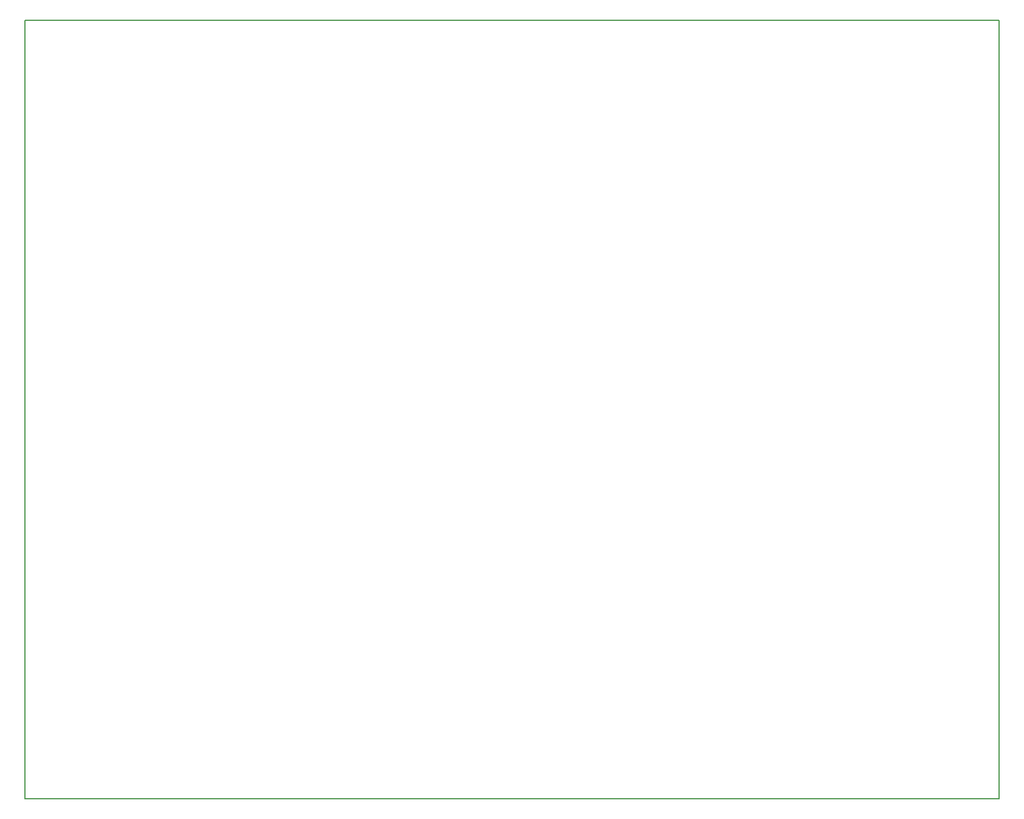
<source format=gm1>
G04 #@! TF.GenerationSoftware,KiCad,Pcbnew,9.0.1*
G04 #@! TF.CreationDate,2025-07-18T15:32:59+03:00*
G04 #@! TF.ProjectId,AC-DC G__ kayna__,41432d44-4320-447f-9ce7-206b61796e61,rev?*
G04 #@! TF.SameCoordinates,Original*
G04 #@! TF.FileFunction,Profile,NP*
%FSLAX46Y46*%
G04 Gerber Fmt 4.6, Leading zero omitted, Abs format (unit mm)*
G04 Created by KiCad (PCBNEW 9.0.1) date 2025-07-18 15:32:59*
%MOMM*%
%LPD*%
G01*
G04 APERTURE LIST*
G04 #@! TA.AperFunction,Profile*
%ADD10C,0.200000*%
G04 #@! TD*
G04 APERTURE END LIST*
D10*
X61600000Y-52400000D02*
X203800000Y-52400000D01*
X203800000Y-166200000D01*
X61600000Y-166200000D01*
X61600000Y-52400000D01*
M02*

</source>
